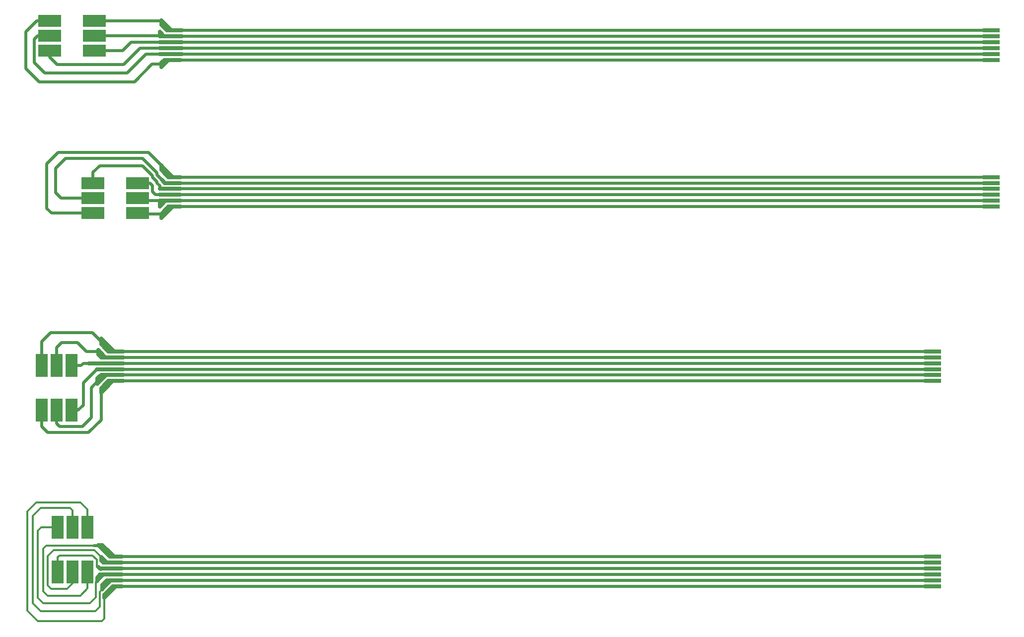
<source format=gtl>
G04 (created by PCBNEW-RS274X (2011-aug-04)-testing) date Wed 07 Dec 2011 02:34:08 PM CET*
G01*
G70*
G90*
%MOIN*%
G04 Gerber Fmt 3.4, Leading zero omitted, Abs format*
%FSLAX34Y34*%
G04 APERTURE LIST*
%ADD10C,0.006000*%
%ADD11R,0.118100X0.031500*%
%ADD12R,0.157500X0.078700*%
%ADD13R,0.078700X0.157500*%
%ADD14C,0.027600*%
%ADD15C,0.019700*%
%ADD16C,0.011800*%
%ADD17C,0.008000*%
G04 APERTURE END LIST*
G54D10*
G54D11*
X84843Y-13878D03*
X84843Y-13485D03*
X84843Y-13091D03*
X84843Y-12697D03*
X84843Y-12303D03*
X84843Y-11910D03*
X84843Y-23720D03*
X84843Y-23327D03*
X84843Y-22933D03*
X84843Y-22539D03*
X84843Y-22145D03*
X84843Y-21752D03*
X80906Y-35433D03*
X80906Y-35040D03*
X80906Y-34646D03*
X80906Y-34252D03*
X80906Y-33858D03*
X80906Y-33465D03*
X80906Y-49212D03*
X80906Y-48819D03*
X80906Y-48425D03*
X80906Y-48031D03*
X80906Y-47637D03*
X80906Y-47244D03*
G54D12*
X21654Y-11260D03*
X21654Y-12260D03*
X21654Y-13260D03*
X24654Y-11260D03*
X24654Y-12260D03*
X24654Y-13260D03*
X27559Y-24174D03*
X27559Y-23174D03*
X27559Y-22174D03*
X24559Y-24174D03*
X24559Y-23174D03*
X24559Y-22174D03*
G54D13*
X21122Y-37401D03*
X22122Y-37401D03*
X23122Y-37401D03*
X21122Y-34401D03*
X22122Y-34401D03*
X23122Y-34401D03*
X24193Y-45276D03*
X23193Y-45276D03*
X22193Y-45276D03*
X24193Y-48276D03*
X23193Y-48276D03*
X22193Y-48276D03*
G54D14*
X30512Y-13091D02*
X29035Y-13091D01*
G54D15*
X31450Y-13091D02*
X84843Y-13091D01*
X21654Y-13260D02*
X21654Y-13704D01*
X27709Y-13091D02*
X29035Y-13091D01*
X26600Y-14200D02*
X27709Y-13091D01*
X22150Y-14200D02*
X26600Y-14200D01*
X21654Y-13704D02*
X22150Y-14200D01*
X29035Y-13091D02*
X30512Y-13091D01*
X30512Y-13091D02*
X31450Y-13091D01*
X31450Y-13091D02*
X31496Y-13091D01*
G54D14*
X30397Y-22933D02*
X29035Y-22933D01*
G54D15*
X28374Y-22174D02*
X28543Y-22343D01*
X28543Y-22343D02*
X28543Y-22736D01*
X28543Y-22736D02*
X28740Y-22933D01*
X28740Y-22933D02*
X29035Y-22933D01*
X27559Y-22174D02*
X28374Y-22174D01*
X30397Y-22933D02*
X30413Y-22933D01*
X84843Y-22933D02*
X31496Y-22933D01*
X30413Y-22933D02*
X31496Y-22933D01*
X23900Y-35728D02*
X23900Y-35549D01*
X23900Y-35549D02*
X24803Y-34646D01*
G54D14*
X26575Y-34646D02*
X24803Y-34646D01*
G54D15*
X80906Y-34646D02*
X31496Y-34646D01*
X31496Y-34646D02*
X26575Y-34646D01*
X23549Y-37401D02*
X23102Y-37401D01*
X23900Y-37050D02*
X23549Y-37401D01*
X23900Y-35728D02*
X23900Y-37050D01*
G54D14*
X26476Y-48425D02*
X25002Y-48425D01*
G54D15*
X25197Y-48524D02*
X25000Y-48524D01*
X25000Y-48524D02*
X24804Y-48720D01*
X25394Y-48425D02*
X25296Y-48425D01*
X25296Y-48425D02*
X25197Y-48524D01*
X25197Y-48524D02*
X24804Y-48917D01*
X24804Y-48917D02*
X24804Y-48720D01*
X24804Y-48720D02*
X24804Y-48623D01*
X24804Y-48623D02*
X25002Y-48425D01*
X25002Y-48425D02*
X25394Y-48425D01*
G54D16*
X24750Y-48917D02*
X24804Y-48917D01*
X24804Y-48917D02*
X25296Y-48425D01*
G54D15*
X80906Y-48425D02*
X31496Y-48425D01*
X31496Y-48425D02*
X26476Y-48425D01*
X26476Y-48425D02*
X25394Y-48425D01*
G54D16*
X24750Y-49950D02*
X24350Y-50350D01*
X21074Y-45276D02*
X22174Y-45276D01*
X20850Y-45500D02*
X21074Y-45276D01*
X20850Y-50000D02*
X20850Y-45500D01*
X21200Y-50350D02*
X20850Y-50000D01*
X24350Y-50350D02*
X21200Y-50350D01*
X24750Y-48917D02*
X24750Y-49950D01*
G54D15*
X27910Y-11260D02*
X29134Y-11260D01*
X29134Y-11260D02*
X29134Y-11319D01*
G54D14*
X30512Y-11910D02*
X29824Y-11910D01*
X29824Y-11910D02*
X29134Y-11220D01*
X29134Y-11220D02*
X29134Y-11319D01*
X29528Y-11910D02*
X30512Y-11910D01*
X29134Y-11319D02*
X29134Y-11516D01*
X29134Y-11516D02*
X29528Y-11910D01*
G54D15*
X84843Y-11910D02*
X31496Y-11910D01*
X30512Y-11910D02*
X31496Y-11910D01*
X27910Y-11260D02*
X24654Y-11260D01*
G54D14*
X29150Y-20966D02*
X29150Y-20981D01*
X29921Y-21752D02*
X29626Y-21752D01*
X29150Y-20981D02*
X29921Y-21752D01*
X29626Y-21752D02*
X29331Y-21457D01*
X29331Y-21457D02*
X29150Y-21276D01*
X29150Y-21276D02*
X29150Y-20966D01*
X29150Y-20966D02*
X29150Y-21276D01*
X30413Y-21752D02*
X29626Y-21752D01*
G54D15*
X31450Y-21752D02*
X30413Y-21752D01*
G54D14*
X29626Y-21752D02*
X29150Y-21276D01*
G54D15*
X28150Y-20100D02*
X22200Y-20100D01*
X22200Y-20100D02*
X21450Y-20850D01*
X21450Y-20850D02*
X21450Y-23850D01*
X21450Y-23850D02*
X21774Y-24174D01*
X28284Y-20100D02*
X29150Y-20966D01*
X28150Y-20100D02*
X28284Y-20100D01*
X21774Y-24174D02*
X24559Y-24174D01*
X31450Y-21752D02*
X84843Y-21752D01*
X31496Y-21752D02*
X31450Y-21752D01*
G54D14*
X26575Y-33465D02*
X25984Y-33465D01*
X25984Y-33465D02*
X25098Y-32579D01*
X25098Y-32579D02*
X25098Y-32972D01*
X25098Y-32972D02*
X25591Y-33465D01*
X25591Y-33465D02*
X25984Y-33465D01*
G54D15*
X25984Y-33465D02*
X25788Y-33465D01*
X23917Y-32200D02*
X21700Y-32200D01*
X21700Y-32200D02*
X21102Y-32798D01*
X21102Y-32798D02*
X21102Y-34401D01*
X23917Y-32200D02*
X24523Y-32200D01*
X25788Y-33465D02*
X24523Y-32200D01*
X31496Y-33465D02*
X26575Y-33465D01*
X80906Y-33465D02*
X31496Y-33465D01*
X24606Y-46500D02*
X25240Y-46500D01*
X25240Y-46500D02*
X25197Y-46457D01*
G54D14*
X26476Y-47244D02*
X25984Y-47244D01*
X25984Y-47244D02*
X25197Y-46457D01*
X25197Y-46457D02*
X24902Y-46457D01*
X25689Y-47244D02*
X25984Y-47244D01*
X24902Y-46457D02*
X25689Y-47244D01*
G54D15*
X31400Y-47244D02*
X80906Y-47244D01*
X31400Y-47244D02*
X26476Y-47244D01*
G54D16*
X21550Y-46500D02*
X21400Y-46500D01*
X21200Y-46700D02*
X21200Y-49550D01*
X21400Y-46500D02*
X21200Y-46700D01*
X24606Y-46500D02*
X21550Y-46500D01*
X24174Y-49376D02*
X24174Y-48276D01*
X21200Y-49550D02*
X21500Y-49850D01*
X21500Y-49850D02*
X23700Y-49850D01*
X23700Y-49850D02*
X24174Y-49376D01*
G54D14*
X30512Y-12697D02*
X29035Y-12697D01*
G54D15*
X84843Y-12697D02*
X31496Y-12697D01*
X26540Y-13260D02*
X27103Y-12697D01*
X27103Y-12697D02*
X29035Y-12697D01*
X26540Y-13260D02*
X24654Y-13260D01*
X29035Y-12697D02*
X30512Y-12697D01*
X30512Y-12697D02*
X31496Y-12697D01*
X28550Y-21752D02*
X28550Y-21660D01*
X28550Y-21660D02*
X27890Y-21000D01*
X29035Y-22539D02*
X29035Y-22342D01*
X28839Y-22146D02*
X28839Y-22047D01*
X29035Y-22342D02*
X28839Y-22146D01*
G54D14*
X30413Y-22539D02*
X29232Y-22539D01*
X29035Y-22539D02*
X29232Y-22539D01*
G54D15*
X28550Y-21758D02*
X28550Y-21752D01*
X28839Y-22047D02*
X28550Y-21758D01*
X84843Y-22539D02*
X31496Y-22539D01*
X27890Y-21000D02*
X25000Y-21000D01*
X25000Y-21000D02*
X24559Y-21441D01*
X24559Y-21441D02*
X24559Y-22174D01*
X31496Y-22539D02*
X30413Y-22539D01*
G54D14*
X26575Y-34252D02*
X24270Y-34252D01*
X24270Y-34252D02*
X24270Y-34268D01*
X24270Y-34268D02*
X24270Y-34252D01*
G54D15*
X80906Y-34252D02*
X31496Y-34252D01*
X23898Y-34252D02*
X23749Y-34401D01*
X23749Y-34401D02*
X23102Y-34401D01*
X31496Y-34252D02*
X26575Y-34252D01*
X24270Y-34252D02*
X23898Y-34252D01*
G54D14*
X25097Y-48031D02*
X25000Y-48031D01*
X25000Y-48031D02*
X24902Y-47933D01*
G54D16*
X25097Y-48031D02*
X24901Y-48031D01*
X24508Y-47146D02*
X22304Y-47146D01*
X24803Y-47441D02*
X24508Y-47146D01*
X24803Y-47933D02*
X24803Y-47441D01*
X24901Y-48031D02*
X24803Y-47933D01*
G54D14*
X26476Y-48031D02*
X25097Y-48031D01*
X25081Y-48047D02*
X25081Y-48031D01*
X25097Y-48031D02*
X25081Y-48047D01*
G54D15*
X80906Y-48031D02*
X31496Y-48031D01*
G54D16*
X25081Y-48031D02*
X25081Y-48031D01*
X22174Y-47276D02*
X22174Y-48276D01*
X22304Y-47146D02*
X22174Y-47276D01*
G54D15*
X31496Y-48031D02*
X26476Y-48031D01*
G54D14*
X30512Y-13485D02*
X29036Y-13485D01*
G54D15*
X84843Y-13485D02*
X31496Y-13485D01*
X20840Y-12260D02*
X20600Y-12500D01*
X20600Y-12500D02*
X20600Y-14050D01*
X20600Y-14050D02*
X21300Y-14750D01*
X21300Y-14750D02*
X26850Y-14750D01*
X26850Y-14750D02*
X28115Y-13485D01*
X28115Y-13485D02*
X29036Y-13485D01*
X20840Y-12260D02*
X21654Y-12260D01*
X29036Y-13485D02*
X30512Y-13485D01*
X30512Y-13485D02*
X31496Y-13485D01*
X29134Y-23327D02*
X27712Y-23327D01*
X27712Y-23327D02*
X27559Y-23174D01*
G54D14*
X30413Y-23327D02*
X29134Y-23327D01*
X29134Y-23327D02*
X29065Y-23327D01*
X29398Y-23357D02*
X29428Y-23327D01*
X29035Y-23357D02*
X29398Y-23357D01*
X29065Y-23327D02*
X29035Y-23357D01*
X30413Y-23342D02*
X30413Y-23327D01*
X29050Y-23342D02*
X30413Y-23342D01*
X29035Y-23327D02*
X29050Y-23342D01*
X29035Y-23720D02*
X29035Y-23327D01*
X29428Y-23327D02*
X29035Y-23720D01*
G54D15*
X84843Y-23327D02*
X31496Y-23327D01*
X30413Y-23327D02*
X30413Y-23327D01*
X30413Y-23327D02*
X31496Y-23327D01*
X24450Y-36122D02*
X24450Y-35885D01*
X24450Y-35885D02*
X24863Y-35472D01*
G54D14*
X25689Y-35040D02*
X25453Y-35040D01*
X25453Y-35040D02*
X24863Y-35630D01*
X24863Y-35630D02*
X24863Y-35472D01*
X25098Y-35040D02*
X25689Y-35040D01*
X24863Y-35472D02*
X24863Y-35275D01*
X24863Y-35275D02*
X25098Y-35040D01*
X25394Y-35040D02*
X25393Y-35040D01*
X25689Y-35040D02*
X25393Y-35040D01*
X26575Y-35040D02*
X25689Y-35040D01*
X25689Y-35040D02*
X25394Y-35040D01*
G54D15*
X80906Y-35040D02*
X31496Y-35040D01*
X22102Y-38302D02*
X22300Y-38500D01*
X22300Y-38500D02*
X23850Y-38500D01*
X23850Y-38500D02*
X24450Y-37900D01*
X24450Y-37900D02*
X24450Y-36122D01*
X22102Y-38302D02*
X22102Y-37401D01*
X25393Y-35040D02*
X26575Y-35040D01*
X26575Y-35040D02*
X31496Y-35040D01*
G54D14*
X25788Y-48819D02*
X25492Y-48819D01*
X25178Y-49133D02*
X25178Y-49390D01*
X25492Y-48819D02*
X25178Y-49133D01*
X25178Y-49390D02*
X25749Y-48819D01*
X25749Y-48819D02*
X25788Y-48819D01*
X25788Y-48819D02*
X26476Y-48819D01*
X25788Y-48819D02*
X25749Y-48819D01*
X25178Y-49390D02*
X25178Y-49429D01*
G54D16*
X25001Y-49606D02*
X25178Y-49429D01*
X25000Y-49606D02*
X25000Y-50600D01*
X25000Y-49606D02*
X25001Y-49606D01*
G54D14*
X25749Y-48819D02*
X25178Y-49390D01*
G54D16*
X25788Y-48819D02*
X25788Y-48819D01*
G54D15*
X31450Y-48819D02*
X80906Y-48819D01*
X31496Y-48819D02*
X31450Y-48819D01*
X31450Y-48819D02*
X26476Y-48819D01*
G54D16*
X23950Y-50900D02*
X24700Y-50900D01*
X24700Y-50900D02*
X25000Y-50600D01*
X25000Y-50600D02*
X24700Y-50900D01*
X21050Y-50900D02*
X20500Y-50350D01*
X20500Y-50350D02*
X20500Y-44500D01*
X20500Y-44500D02*
X21050Y-43950D01*
X21050Y-43950D02*
X23000Y-43950D01*
X23000Y-43950D02*
X23174Y-44124D01*
X23950Y-50900D02*
X21050Y-50900D01*
X23174Y-44124D02*
X23174Y-45276D01*
G54D17*
X23174Y-45276D02*
X23174Y-44124D01*
G54D15*
X29134Y-14173D02*
X28527Y-14173D01*
X28527Y-14173D02*
X27350Y-15350D01*
G54D14*
X30413Y-13878D02*
X29626Y-13878D01*
X29626Y-13878D02*
X29134Y-14370D01*
X29134Y-14370D02*
X29134Y-14173D01*
X29134Y-14173D02*
X29134Y-14075D01*
X29134Y-14075D02*
X29331Y-13878D01*
X29331Y-13878D02*
X29626Y-13878D01*
G54D15*
X84843Y-13878D02*
X31496Y-13878D01*
X20790Y-11260D02*
X20050Y-12000D01*
X20790Y-11260D02*
X21654Y-11260D01*
X20950Y-15350D02*
X27350Y-15350D01*
X20050Y-14450D02*
X20950Y-15350D01*
X20050Y-12000D02*
X20050Y-14450D01*
X29626Y-13878D02*
X30413Y-13878D01*
X30413Y-13878D02*
X31496Y-13878D01*
X29134Y-24213D02*
X27598Y-24213D01*
X27598Y-24213D02*
X27559Y-24174D01*
G54D14*
X30413Y-23720D02*
X29922Y-23720D01*
X29922Y-23720D02*
X29134Y-24508D01*
X29627Y-23720D02*
X30413Y-23720D01*
X29134Y-24508D02*
X29134Y-24213D01*
X29134Y-24213D02*
X29627Y-23720D01*
G54D15*
X84843Y-23720D02*
X30413Y-23720D01*
X30413Y-23720D02*
X30270Y-23720D01*
X30270Y-23720D02*
X31496Y-23720D01*
X25100Y-36417D02*
X25100Y-36219D01*
X24250Y-38900D02*
X25100Y-38050D01*
X21102Y-38502D02*
X21102Y-37401D01*
X21102Y-38502D02*
X21500Y-38900D01*
X21500Y-38900D02*
X24250Y-38900D01*
X25100Y-38050D02*
X25100Y-36417D01*
G54D14*
X26575Y-35433D02*
X25886Y-35433D01*
X25886Y-35433D02*
X25100Y-36219D01*
X25100Y-36219D02*
X25100Y-35927D01*
X25594Y-35433D02*
X25886Y-35433D01*
X25100Y-35927D02*
X25594Y-35433D01*
G54D15*
X80906Y-35433D02*
X31496Y-35433D01*
X25886Y-35433D02*
X26575Y-35433D01*
X26575Y-35433D02*
X31496Y-35433D01*
G54D14*
X26083Y-49213D02*
X25889Y-49213D01*
X25299Y-49803D02*
X25299Y-50000D01*
X25889Y-49213D02*
X25299Y-49803D01*
X25299Y-50000D02*
X26083Y-49216D01*
X26083Y-49216D02*
X26083Y-49212D01*
X26083Y-49212D02*
X26083Y-49216D01*
X26083Y-49216D02*
X25299Y-50000D01*
X25299Y-50000D02*
X25300Y-50000D01*
X26083Y-49212D02*
X26475Y-49212D01*
X25300Y-50000D02*
X25300Y-50000D01*
X26083Y-49212D02*
X26083Y-49213D01*
X26083Y-49213D02*
X26083Y-49212D01*
G54D15*
X80906Y-49212D02*
X31488Y-49212D01*
X31496Y-49212D02*
X31488Y-49212D01*
X31488Y-49212D02*
X26475Y-49212D01*
G54D16*
X24174Y-45276D02*
X24174Y-44074D01*
X20850Y-51550D02*
X25150Y-51550D01*
X20150Y-50850D02*
X20850Y-51550D01*
X20150Y-44200D02*
X20150Y-50850D01*
X20750Y-43600D02*
X20150Y-44200D01*
X23700Y-43600D02*
X20750Y-43600D01*
X24174Y-44074D02*
X23700Y-43600D01*
X25150Y-51550D02*
X25300Y-51400D01*
X25300Y-50000D02*
X25300Y-51400D01*
G54D17*
X25300Y-51400D02*
X25150Y-51550D01*
G54D15*
X28740Y-12260D02*
X28992Y-12260D01*
X28992Y-12260D02*
X29035Y-12303D01*
X27910Y-12260D02*
X28740Y-12260D01*
G54D14*
X30512Y-12303D02*
X29330Y-12303D01*
X29330Y-12303D02*
X29035Y-12008D01*
X29035Y-12303D02*
X30512Y-12303D01*
X29035Y-12008D02*
X29035Y-12303D01*
G54D15*
X84843Y-12303D02*
X31496Y-12303D01*
X30512Y-12303D02*
X31496Y-12303D01*
X27910Y-12260D02*
X24654Y-12260D01*
X28850Y-21457D02*
X28839Y-21457D01*
X28839Y-21457D02*
X27882Y-20500D01*
X28850Y-21457D02*
X28850Y-21600D01*
X28850Y-21600D02*
X29167Y-21917D01*
G54D14*
X29167Y-21917D02*
X29395Y-22145D01*
X29395Y-22145D02*
X30412Y-22145D01*
G54D16*
X28850Y-21600D02*
X29167Y-21917D01*
X28850Y-21600D02*
X29395Y-22145D01*
X29395Y-22145D02*
X30019Y-22145D01*
X30019Y-22145D02*
X30020Y-22146D01*
X30020Y-22146D02*
X30020Y-22145D01*
G54D15*
X84843Y-22145D02*
X31355Y-22145D01*
X29395Y-22145D02*
X30020Y-22145D01*
X30020Y-22145D02*
X30412Y-22145D01*
X30412Y-22145D02*
X31355Y-22145D01*
X31355Y-22145D02*
X31496Y-22145D01*
X24559Y-23174D02*
X22424Y-23174D01*
X22700Y-20500D02*
X27882Y-20500D01*
X22050Y-21150D02*
X22700Y-20500D01*
X22050Y-22800D02*
X22050Y-21150D01*
X22424Y-23174D02*
X22050Y-22800D01*
G54D14*
X25394Y-33858D02*
X25099Y-33858D01*
X24902Y-33661D02*
X24902Y-33367D01*
X25099Y-33858D02*
X24902Y-33661D01*
G54D15*
X24902Y-33465D02*
X24115Y-33465D01*
X24115Y-33465D02*
X23500Y-32850D01*
G54D14*
X24902Y-33367D02*
X24902Y-33465D01*
G54D15*
X22450Y-32850D02*
X23500Y-32850D01*
X22102Y-33198D02*
X22450Y-32850D01*
X22102Y-34401D02*
X22102Y-33198D01*
G54D14*
X26575Y-33858D02*
X25394Y-33858D01*
X25394Y-33858D02*
X25393Y-33858D01*
X25393Y-33858D02*
X24902Y-33367D01*
G54D15*
X80906Y-33858D02*
X31496Y-33858D01*
X26575Y-33858D02*
X31496Y-33858D01*
G54D14*
X26476Y-47637D02*
X25257Y-47637D01*
X25257Y-47637D02*
X25102Y-47482D01*
X25492Y-47638D02*
X25492Y-47637D01*
X25491Y-47637D02*
X25492Y-47638D01*
X25487Y-47637D02*
X25491Y-47637D01*
X25102Y-47252D02*
X25487Y-47637D01*
X25102Y-47482D02*
X25102Y-47252D01*
G54D15*
X30600Y-47637D02*
X33087Y-47637D01*
X31250Y-47637D02*
X31937Y-47637D01*
X80906Y-47637D02*
X33087Y-47637D01*
X33087Y-47637D02*
X31937Y-47637D01*
X31937Y-47637D02*
X31496Y-47637D01*
X31496Y-47637D02*
X31450Y-47637D01*
X31450Y-47637D02*
X31250Y-47637D01*
X31250Y-47637D02*
X30600Y-47637D01*
X30600Y-47637D02*
X26476Y-47637D01*
X26476Y-47637D02*
X25492Y-47637D01*
X25492Y-47637D02*
X25257Y-47637D01*
G54D16*
X23174Y-49026D02*
X23174Y-48276D01*
X25257Y-47637D02*
X25050Y-47430D01*
X25050Y-47430D02*
X25050Y-47200D01*
X25050Y-47200D02*
X24650Y-46800D01*
X24650Y-46800D02*
X21900Y-46800D01*
X21900Y-46800D02*
X21500Y-47200D01*
X21500Y-47200D02*
X21500Y-49150D01*
X21500Y-49150D02*
X21750Y-49400D01*
X21750Y-49400D02*
X22800Y-49400D01*
X22800Y-49400D02*
X23174Y-49026D01*
M02*

</source>
